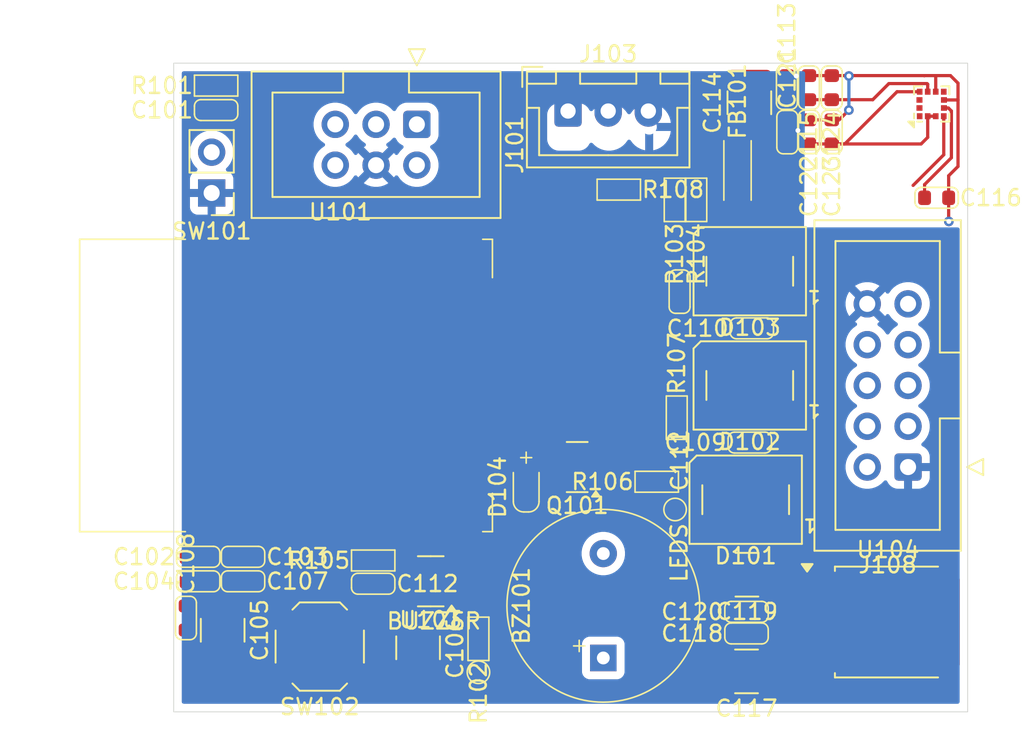
<source format=kicad_pcb>
(kicad_pcb (version 20241229) (generator "pcbnew") (generator_version "9.0")
  (layers (0 "F.Cu" signal) (2 "B.Cu" signal) (13 "F.Paste" user) (15 "B.Paste" user) (5 "F.SilkS" user "F.Silkscreen") (7 "B.SilkS" user "B.Silkscreen") (1 "F.Mask" user) (3 "B.Mask" user) (25 "Edge.Cuts" user))
  (net 0 "")
  (net 1 "Net-(BZ101--)")
  (net 2 "+3.3V")
  (net 3 "GND")
  (net 4 "EN")
  (net 5 "+5V")
  (net 6 "SWITCH")
  (net 7 "Net-(U102-VDD)")
  (net 8 "Net-(U102-C1)")
  (net 9 "LEDS")
  (net 10 "Net-(D101-DOUT)")
  (net 11 "Net-(D102-DOUT)")
  (net 12 "Net-(D103-DOUT)")
  (net 13 "ON")
  (net 14 "RX")
  (net 15 "TX")
  (net 16 "DR0")
  (net 17 "ESC_BB_PWR")
  (net 18 "ESC_SB_PWR")
  (net 19 "VSAMP")
  (net 20 "COMM")
  (net 21 "ESC_SB")
  (net 22 "ESC_BB")
  (net 23 "Net-(Q101-G)")
  (net 24 "BUZZER")
  (net 25 "Net-(U101-SDA{slash}GPIO21)")
  (net 26 "Net-(U101-SCL{slash}GPIO22)")
  (net 48 "Net-(D101-DIN)")
  (net 49 "Net-(J103-Pin_2)")
  (footprint "Capacitor_SMD:C_1210_3225Metric" (layer "F.Cu") (at 71.7314 87.9057 180)
    (property "Reference" "C117" (at 0 -2.3 0) (layer "F.SilkS"))
    (property "Value" "100u/10V")
    (pad "1" smd roundrect (at -1.475 0 180) (size 1.15 2.7) (layers "F.Cu" "F.Mask" "F.Paste") (roundrect_rratio 0.217391) (net 5 "+5V"))
    (pad "2" smd roundrect (at 1.475 0 180) (size 1.15 2.7) (layers "F.Cu" "F.Mask" "F.Paste") (roundrect_rratio 0.217391) (net 3 "GND"))
  )
  (footprint "A_Device:R_0603" (layer "F.Cu") (at 48.4886 81.0006 180)
    (property "Reference" "R105" (at 1.35 0 0) (layer "F.SilkS") (effects (justify right)))
    (property "Value" "10K")
    (pad "1" smd roundrect (at -0.75 0 180) (size 0.8 0.9) (layers "F.Cu" "F.Mask" "F.Paste") (net 2 "+3.3V") (thermal_bridge_width 0.3))
    (pad "2" smd roundrect (at 0.75 0 180) (size 0.8 0.9) (layers "F.Cu" "F.Mask" "F.Paste") (net 6 "SWITCH") (thermal_bridge_width 0.3))
  )
  (footprint "Connector_PinHeader_2.54mm:PinHeader_1x02_P2.54mm_Vertical" (layer "F.Cu") (at 38.4302 58.1202 180)
    (property "Reference" "SW101" (at 0 -2.38 0) (layer "F.SilkS"))
    (property "Value" "~{RESET}")
    (pad "1" thru_hole rect (at 0 0 180) (size 1.7 1.7) (drill 1) (layers "*.Cu" "*.Mask") (net 3 "GND"))
    (pad "2" thru_hole circle (at 0 2.54 180) (size 1.7 1.7) (drill 1) (layers "*.Cu" "*.Mask") (net 4 "EN"))
  )
  (footprint "A_Device:C_0603" (layer "F.Cu") (at 75.6158 54.3172 -90)
    (property "Reference" "C122" (at 1.35 0 90) (layer "F.SilkS") (effects (justify right)))
    (property "Value" "10n")
    (pad "1" smd roundrect (at -0.75 0 270) (size 0.8 0.9) (layers "F.Cu" "F.Mask" "F.Paste") (net 3 "GND") (thermal_bridge_width 0.3))
    (pad "2" smd roundrect (at 0.75 0 270) (size 0.8 0.9) (layers "F.Cu" "F.Mask" "F.Paste") (net 2 "+3.3V") (thermal_bridge_width 0.3))
  )
  (footprint "A_Device:C_0603" (layer "F.Cu") (at 74.2442 51.562 90)
    (property "Reference" "C113" (at 1.35 0 90) (layer "F.SilkS") (effects (justify left)))
    (property "Value" "100n")
    (pad "1" smd roundrect (at -0.75 0 90) (size 0.8 0.9) (layers "F.Cu" "F.Mask" "F.Paste") (net 7 "Net-(U102-VDD)") (thermal_bridge_width 0.3))
    (pad "2" smd roundrect (at 0.75 0 90) (size 0.8 0.9) (layers "F.Cu" "F.Mask" "F.Paste") (net 3 "GND") (thermal_bridge_width 0.3))
  )
  (footprint "LED_SMD:LED_WS2812B_PLCC4_5.0x5.0mm_P3.2mm" (layer "F.Cu") (at 71.9328 62.992 180)
    (property "Reference" "D103" (at 0 -3.5 0) (layer "F.SilkS"))
    (property "Value" "WS2812B")
    (fp_text user "1" (at -4 -1.6 180) (layer "F.SilkS") (effects (font (size 0.8 0.8))))
    (pad "1" smd roundrect (at -2.45 -1.65 180) (size 1.5 0.9) (layers "F.Cu" "F.Mask" "F.Paste") (roundrect_rratio 0.1) (net 5 "+5V"))
    (pad "2" smd roundrect (at -2.45 1.65 180) (size 1.5 0.9) (layers "F.Cu" "F.Mask" "F.Paste") (roundrect_rratio 0.1) (net 12 "Net-(D103-DOUT)"))
    (pad "3" smd roundrect (at 2.45 1.65 180) (size 1.5 0.9) (layers "F.Cu" "F.Mask" "F.Paste") (roundrect_rratio 0.1) (net 3 "GND"))
    (pad "4" smd roundrect (at 2.45 -1.65 180) (size 1.5 0.9) (layers "F.Cu" "F.Mask" "F.Paste") (roundrect_rratio 0.1) (net 11 "Net-(D102-DOUT)"))
  )
  (footprint "Package_LGA:LGA-12_2x2mm_P0.5mm" (layer "F.Cu") (at 83.2612 52.578 90)
    (property "Reference" "U102" (hide yes))
    (property "Value" "LSM303AGRTR")
    (pad "1" smd rect (at -0.7625 -0.75 90) (size 0.375 0.35) (layers "F.Cu" "F.Mask" "F.Paste") (net 26 "Net-(U101-SCL{slash}GPIO22)"))
    (pad "2" smd rect (at -0.7625 -0.25 90) (size 0.375 0.35) (layers "F.Cu" "F.Mask" "F.Paste") (net 2 "+3.3V"))
    (pad "3" smd rect (at -0.7625 0.25 90) (size 0.375 0.35) (layers "F.Cu" "F.Mask" "F.Paste") (net 2 "+3.3V"))
    (pad "4" smd rect (at -0.7625 0.75 90) (size 0.375 0.35) (layers "F.Cu" "F.Mask" "F.Paste") (net 25 "Net-(U101-SDA{slash}GPIO21)"))
    (pad "5" smd rect (at -0.25 0.7625 180) (size 0.375 0.35) (layers "F.Cu" "F.Mask" "F.Paste") (net 8 "Net-(U102-C1)"))
    (pad "6" smd rect (at 0.25 0.7625 180) (size 0.375 0.35) (layers "F.Cu" "F.Mask" "F.Paste") (net 3 "GND"))
    (pad "7" smd rect (at 0.7625 0.75 90) (size 0.375 0.35) (layers "F.Cu" "F.Mask" "F.Paste"))
    (pad "8" smd rect (at 0.7625 0.25 90) (size 0.375 0.35) (layers "F.Cu" "F.Mask" "F.Paste") (net 3 "GND"))
    (pad "9" smd rect (at 0.7625 -0.25 90) (size 0.375 0.35) (layers "F.Cu" "F.Mask" "F.Paste") (net 7 "Net-(U102-VDD)"))
    (pad "10" smd rect (at 0.7625 -0.75 90) (size 0.375 0.35) (layers "F.Cu" "F.Mask" "F.Paste") (net 2 "+3.3V"))
    (pad "11" smd rect (at 0.25 -0.7625 180) (size 0.375 0.35) (layers "F.Cu" "F.Mask" "F.Paste"))
    (pad "12" smd rect (at -0.25 -0.7625 180) (size 0.375 0.35) (layers "F.Cu" "F.Mask" "F.Paste"))
  )
  (footprint "Capacitor_SMD:C_1210_3225Metric" (layer "F.Cu") (at 39.116 85.344 -90)
    (property "Reference" "C105" (at 0 -2.3 90) (layer "F.SilkS"))
    (property "Value" "100u/10V")
    (pad "1" smd roundrect (at -1.475 0 270) (size 1.15 2.7) (layers "F.Cu" "F.Mask" "F.Paste") (roundrect_rratio 0.217391) (net 2 "+3.3V"))
    (pad "2" smd roundrect (at 1.475 0 270) (size 1.15 2.7) (layers "F.Cu" "F.Mask" "F.Paste") (roundrect_rratio 0.217391) (net 3 "GND"))
  )
  (footprint "A_Device:C_0603" (layer "F.Cu") (at 75.6158 51.562 -90)
    (property "Reference" "C115" (at 1.35 0 90) (layer "F.SilkS") (effects (justify right)))
    (property "Value" "10n")
    (pad "1" smd roundrect (at -0.75 0 270) (size 0.8 0.9) (layers "F.Cu" "F.Mask" "F.Paste") (net 3 "GND") (thermal_bridge_width 0.3))
    (pad "2" smd roundrect (at 0.75 0 270) (size 0.8 0.9) (layers "F.Cu" "F.Mask" "F.Paste") (net 7 "Net-(U102-VDD)") (thermal_bridge_width 0.3))
  )
  (footprint "Connector_IDC:IDC-Header_2x05_P2.54mm_Vertical" (layer "F.Cu") (at 81.788 75.184 180)
    (property "Reference" "J108" (at 1.27 -6.1 0) (layer "F.SilkS"))
    (property "Value" "TO PSU")
    (pad "1" thru_hole roundrect (at 0 0 180) (size 1.7 1.7) (drill 1) (layers "*.Cu" "*.Mask") (roundrect_rratio 0.147059) (net 3 "GND"))
    (pad "2" thru_hole circle (at 2.54 0 180) (size 1.7 1.7) (drill 1) (layers "*.Cu" "*.Mask") (net 5 "+5V"))
    (pad "3" thru_hole circle (at 0 2.54 180) (size 1.7 1.7) (drill 1) (layers "*.Cu" "*.Mask") (net 22 "ESC_BB"))
    (pad "4" thru_hole circle (at 2.54 2.54 180) (size 1.7 1.7) (drill 1) (layers "*.Cu" "*.Mask") (net 19 "VSAMP"))
    (pad "5" thru_hole circle (at 0 5.08 180) (size 1.7 1.7) (drill 1) (layers "*.Cu" "*.Mask") (net 17 "ESC_BB_PWR"))
    (pad "6" thru_hole circle (at 2.54 5.08 180) (size 1.7 1.7) (drill 1) (layers "*.Cu" "*.Mask") (net 20 "COMM"))
    (pad "7" thru_hole circle (at 0 7.62 180) (size 1.7 1.7) (drill 1) (layers "*.Cu" "*.Mask") (net 21 "ESC_SB"))
    (pad "8" thru_hole circle (at 2.54 7.62 180) (size 1.7 1.7) (drill 1) (layers "*.Cu" "*.Mask") (net 13 "ON"))
    (pad "9" thru_hole circle (at 0 10.16 180) (size 1.7 1.7) (drill 1) (layers "*.Cu" "*.Mask") (net 18 "ESC_SB_PWR"))
    (pad "10" thru_hole circle (at 2.54 10.16 180) (size 1.7 1.7) (drill 1) (layers "*.Cu" "*.Mask") (net 3 "GND"))
  )
  (footprint "A_Device:C_0603" (layer "F.Cu") (at 38.7096 52.959 180)
    (property "Reference" "C101" (at 1.35 0 0) (layer "F.SilkS") (effects (justify right)))
    (property "Value" "100n")
    (pad "1" smd roundrect (at -0.75 0 180) (size 0.8 0.9) (layers "F.Cu" "F.Mask" "F.Paste") (net 4 "EN") (thermal_bridge_width 0.3))
    (pad "2" smd roundrect (at 0.75 0 180) (size 0.8 0.9) (layers "F.Cu" "F.Mask" "F.Paste") (net 3 "GND") (thermal_bridge_width 0.3))
  )
  (footprint "Button_Switch_SMD:SW_SPST_TL3342" (layer "F.Cu") (at 45.1612 86.36 180)
    (property "Reference" "SW102" (at 0 -3.75 0) (layer "F.SilkS"))
    (property "Value" "MODE")
    (pad "1" smd rect (at -3.15 -1.9 180) (size 1.7 1) (layers "F.Cu" "F.Mask" "F.Paste") (net 3 "GND"))
    (pad "1" smd rect (at 3.15 -1.9 180) (size 1.7 1) (layers "F.Cu" "F.Mask" "F.Paste") (net 3 "GND"))
    (pad "2" smd rect (at -3.15 1.9 180) (size 1.7 1) (layers "F.Cu" "F.Mask" "F.Paste") (net 6 "SWITCH"))
    (pad "2" smd rect (at 3.15 1.9 180) (size 1.7 1) (layers "F.Cu" "F.Mask" "F.Paste") (net 6 "SWITCH"))
  )
  (footprint "A_Device:C_0603" (layer "F.Cu") (at 71.7314 84.1973 180)
    (property "Reference" "C120" (at 1.35 0 0) (layer "F.SilkS") (effects (justify right)))
    (property "Value" "100n")
    (pad "1" smd roundrect (at -0.75 0 180) (size 0.8 0.9) (layers "F.Cu" "F.Mask" "F.Paste") (net 2 "+3.3V") (thermal_bridge_width 0.3))
    (pad "2" smd roundrect (at 0.75 0 180) (size 0.8 0.9) (layers "F.Cu" "F.Mask" "F.Paste") (net 3 "GND") (thermal_bridge_width 0.3))
  )
  (footprint "A_Device:C_0603" (layer "F.Cu") (at 37.592 80.772 180)
    (property "Reference" "C102" (at 1.35 0 0) (layer "F.SilkS") (effects (justify right)))
    (property "Value" "100n")
    (pad "1" smd roundrect (at -0.75 0 180) (size 0.8 0.9) (layers "F.Cu" "F.Mask" "F.Paste") (net 2 "+3.3V") (thermal_bridge_width 0.3))
    (pad "2" smd roundrect (at 0.75 0 180) (size 0.8 0.9) (layers "F.Cu" "F.Mask" "F.Paste") (net 3 "GND") (thermal_bridge_width 0.3))
  )
  (footprint "A_Device:C_0603" (layer "F.Cu") (at 48.4886 82.4484)
    (property "Reference" "C112" (at 1.35 0 0) (layer "F.SilkS") (effects (justify left)))
    (property "Value" "10n")
    (pad "1" smd roundrect (at -0.75 0) (size 0.8 0.9) (layers "F.Cu" "F.Mask" "F.Paste") (net 6 "SWITCH") (thermal_bridge_width 0.3))
    (pad "2" smd roundrect (at 0.75 0) (size 0.8 0.9) (layers "F.Cu" "F.Mask" "F.Paste") (net 2 "+3.3V") (thermal_bridge_width 0.3))
  )
  (footprint "A_Misc:Buzzer-12x6.5x5.2" (layer "F.Cu") (at 62.8142 83.82 90)
    (property "Reference" "BZ101" (at 0 -5.1 90) (layer "F.SilkS"))
    (property "Value" "Buzzer")
    (pad "1" thru_hole rect (at -3.25 0 90) (size 1.65 1.65) (drill 0.8) (layers "*.Cu" "*.Mask") (net 5 "+5V"))
    (pad "2" thru_hole circle (at 3.25 0 90) (size 1.7 1.7) (drill 0.8) (layers "*.Cu" "*.Mask") (net 1 "Net-(BZ101--)"))
  )
  (footprint "A_Device:C_0603" (layer "F.Cu") (at 71.9328 73.66 180)
    (property "Reference" "C109" (at 1.35 0 0) (layer "F.SilkS") (effects (justify right)))
    (property "Value" "100n")
    (pad "1" smd roundrect (at -0.75 0 180) (size 0.8 0.9) (layers "F.Cu" "F.Mask" "F.Paste") (net 5 "+5V") (thermal_bridge_width 0.3))
    (pad "2" smd roundrect (at 0.75 0 180) (size 0.8 0.9) (layers "F.Cu" "F.Mask" "F.Paste") (net 3 "GND") (thermal_bridge_width 0.3))
  )
  (footprint "A_Device:D_SOD-323_1.8x1.4x1.15" (layer "F.Cu") (at 58.0136 76.4286 90)
    (property "Reference" "D104" (at 0 -1.778 90) (layer "F.SilkS"))
    (property "Value" "1N4148WS")
    (fp_text user "+" (at 1.9 0 0) (layer "F.SilkS") (effects (font (size 0.9 0.9) (thickness 0.1))))
    (pad "1" smd roundrect (at -1.05 0 90) (size 0.6 0.45) (layers "F.Cu" "F.Mask" "F.Paste") (net 5 "+5V"))
    (pad "2" smd roundrect (at 1.05 0 90) (size 0.6 0.45) (layers "F.Cu" "F.Mask" "F.Paste") (net 1 "Net-(BZ101--)"))
  )
  (footprint "A_Device:C_0603" (layer "F.Cu") (at 36.83 84.582 90)
    (property "Reference" "C108" (at 1.35 0 90) (layer "F.SilkS") (effects (justify left)))
    (property "Value" "100n")
    (pad "1" smd roundrect (at -0.75 0 90) (size 0.8 0.9) (layers "F.Cu" "F.Mask" "F.Paste") (net 2 "+3.3V") (thermal_bridge_width 0.3))
    (pad "2" smd roundrect (at 0.75 0 90) (size 0.8 0.9) (layers "F.Cu" "F.Mask" "F.Paste") (net 3 "GND") (thermal_bridge_width 0.3))
  )
  (footprint "A_Pads_Pins:Testpad_1" (layer "F.Cu") (at 67.2846 77.8256)
    (property "Reference" "TP101" (hide yes))
    (property "Value" "LEDS" (at 0.254 0.762 90) (layer "F.SilkS") (effects (justify right)))
    (pad "1" smd circle (at 0 0) (size 1 1) (layers "F.Cu" "F.Mask") (net 48 "Net-(D101-DIN)"))
  )
  (footprint "A_Device:R_0603" (layer "F.Cu") (at 66.1416 76.0984 180)
    (property "Reference" "R106" (at 1.35 0 0) (layer "F.SilkS") (effects (justify right)))
    (property "Value" "100")
    (pad "1" smd roundrect (at -0.75 0 180) (size 0.8 0.9) (layers "F.Cu" "F.Mask" "F.Paste") (net 48 "Net-(D101-DIN)") (thermal_bridge_width 0.3))
    (pad "2" smd roundrect (at 0.75 0 180) (size 0.8 0.9) (layers "F.Cu" "F.Mask" "F.Paste") (net 9 "LEDS") (thermal_bridge_width 0.3))
  )
  (footprint "Connector_IDC:IDC-Header_2x03_P2.54mm_Vertical" (layer "F.Cu") (at 51.2064 53.848 -90)
    (property "Reference" "J101" (at 1.27 -6.1 90) (layer "F.SilkS"))
    (property "Value" "Prog")
    (pad "1" thru_hole roundrect (at 0 0 270) (size 1.7 1.7) (drill 1) (layers "*.Cu" "*.Mask") (roundrect_rratio 0.147059) (net 4 "EN"))
    (pad "2" thru_hole circle (at 2.54 0 270) (size 1.7 1.7) (drill 1) (layers "*.Cu" "*.Mask") (net 2 "+3.3V"))
    (pad "3" thru_hole circle (at 0 2.54 270) (size 1.7 1.7) (drill 1) (layers "*.Cu" "*.Mask") (net 15 "TX"))
    (pad "4" thru_hole circle (at 2.54 2.54 270) (size 1.7 1.7) (drill 1) (layers "*.Cu" "*.Mask") (net 3 "GND"))
    (pad "5" thru_hole circle (at 0 5.08 270) (size 1.7 1.7) (drill 1) (layers "*.Cu" "*.Mask") (net 14 "RX"))
    (pad "6" thru_hole circle (at 2.54 5.08 270) (size 1.7 1.7) (drill 1) (layers "*.Cu" "*.Mask") (net 16 "DR0"))
  )
  (footprint "A_Device:R_0603" (layer "F.Cu") (at 38.7096 51.435 180)
    (property "Reference" "R101" (at 1.35 0 0) (layer "F.SilkS") (effects (justify right)))
    (property "Value" "10K")
    (pad "1" smd roundrect (at -0.75 0 180) (size 0.8 0.9) (layers "F.Cu" "F.Mask" "F.Paste") (net 2 "+3.3V") (thermal_bridge_width 0.3))
    (pad "2" smd roundrect (at 0.75 0 180) (size 0.8 0.9) (layers "F.Cu" "F.Mask" "F.Paste") (net 4 "EN") (thermal_bridge_width 0.3))
  )
  (footprint "A_Device:R_0603" (layer "F.Cu") (at 67.3862 72.1106 90)
    (property "Reference" "R107" (at 1.35 0 90) (layer "F.SilkS") (effects (justify left)))
    (property "Value" "10K")
    (pad "1" smd roundrect (at -0.75 0 90) (size 0.8 0.9) (layers "F.Cu" "F.Mask" "F.Paste") (net 2 "+3.3V") (thermal_bridge_width 0.3))
    (pad "2" smd roundrect (at 0.75 0 90) (size 0.8 0.9) (layers "F.Cu" "F.Mask" "F.Paste") (net 20 "COMM") (thermal_bridge_width 0.3))
  )
  (footprint "A_Device:R_0603" (layer "F.Cu") (at 55.0418 85.8774 -90)
    (property "Reference" "R102" (at 1.35 0 90) (layer "F.SilkS") (effects (justify right)))
    (property "Value" "100")
    (pad "1" smd roundrect (at -0.75 0 270) (size 0.8 0.9) (layers "F.Cu" "F.Mask" "F.Paste") (net 23 "Net-(Q101-G)") (thermal_bridge_width 0.3))
    (pad "2" smd roundrect (at 0.75 0 270) (size 0.8 0.9) (layers "F.Cu" "F.Mask" "F.Paste") (net 24 "BUZZER") (thermal_bridge_width 0.3))
  )
  (footprint "A_Device:R_0603" (layer "F.Cu") (at 68.6054 58.547 -90)
    (property "Reference" "R104" (at 1.35 0 90) (layer "F.SilkS") (effects (justify right)))
    (property "Value" "2.2k")
    (pad "1" smd roundrect (at -0.75 0 270) (size 0.8 0.9) (layers "F.Cu" "F.Mask" "F.Paste") (net 2 "+3.3V") (thermal_bridge_width 0.3))
    (pad "2" smd roundrect (at 0.75 0 270) (size 0.8 0.9) (layers "F.Cu" "F.Mask" "F.Paste") (net 26 "Net-(U101-SCL{slash}GPIO22)") (thermal_bridge_width 0.3))
  )
  (footprint "A_Device:R_0603" (layer "F.Cu") (at 67.2592 58.547 -90)
    (property "Reference" "R103" (at 1.35 0 90) (layer "F.SilkS") (effects (justify right)))
    (property "Value" "2.2k")
    (pad "1" smd roundrect (at -0.75 0 270) (size 0.8 0.9) (layers "F.Cu" "F.Mask" "F.Paste") (net 2 "+3.3V") (thermal_bridge_width 0.3))
    (pad "2" smd roundrect (at 0.75 0 270) (size 0.8 0.9) (layers "F.Cu" "F.Mask" "F.Paste") (net 25 "Net-(U101-SDA{slash}GPIO21)") (thermal_bridge_width 0.3))
  )
  (footprint "A_Device:R_0603" (layer "F.Cu") (at 63.7794 57.912)
    (property "Reference" "R108" (at 1.35 0 0) (layer "F.SilkS") (effects (justify left)))
    (property "Value" "100")
    (pad "1" smd roundrect (at -0.75 0) (size 0.8 0.9) (layers "F.Cu" "F.Mask" "F.Paste") (net 49 "Net-(J103-Pin_2)") (thermal_bridge_width 0.3))
    (pad "2" smd roundrect (at 0.75 0) (size 0.8 0.9) (layers "F.Cu" "F.Mask" "F.Paste") (net 12 "Net-(D103-DOUT)") (thermal_bridge_width 0.3))
  )
  (footprint "A_Device:C_0603" (layer "F.Cu") (at 37.592 82.296 180)
    (property "Reference" "C104" (at 1.35 0 0) (layer "F.SilkS") (effects (justify right)))
    (property "Value" "100n")
    (pad "1" smd roundrect (at -0.75 0 180) (size 0.8 0.9) (layers "F.Cu" "F.Mask" "F.Paste") (net 2 "+3.3V") (thermal_bridge_width 0.3))
    (pad "2" smd roundrect (at 0.75 0 180) (size 0.8 0.9) (layers "F.Cu" "F.Mask" "F.Paste") (net 3 "GND") (thermal_bridge_width 0.3))
  )
  (footprint "Package_TO_SOT_SMD:TO-252-3_TabPin2" (layer "F.Cu") (at 80.5452 84.8323)
    (property "Reference" "U104" (at 0 -4.5 0) (layer "F.SilkS"))
    (property "Value" "LM1117DT-3.3")
    (pad "1" smd roundrect (at -5.04 -2.28) (size 2.2 1.2) (layers "F.Cu" "F.Mask" "F.Paste") (roundrect_rratio 0.208333) (net 3 "GND"))
    (pad "2" smd roundrect (at -5.04 0) (size 2.2 1.2) (layers "F.Cu" "F.Mask" "F.Paste") (roundrect_rratio 0.208333) (net 2 "+3.3V"))
    (pad "2" smd roundrect (at 1.26 0) (size 6.4 5.8) (layers "F.Cu" "F.Mask") (roundrect_rratio 0.043103) (net 2 "+3.3V"))
    (pad "3" smd roundrect (at -5.04 2.28) (size 2.2 1.2) (layers "F.Cu" "F.Mask" "F.Paste") (roundrect_rratio 0.208333) (net 5 "+5V"))
  )
  (footprint "A_Device:C_0603" (layer "F.Cu") (at 83.566 58.42)
    (property "Reference" "C116" (at 1.35 0 0) (layer "F.SilkS") (effects (justify left)))
    (property "Value" "100n")
    (pad "1" smd roundrect (at -0.75 0) (size 0.8 0.9) (layers "F.Cu" "F.Mask" "F.Paste") (net 8 "Net-(U102-C1)") (thermal_bridge_width 0.3))
    (pad "2" smd roundrect (at 0.75 0) (size 0.8 0.9) (layers "F.Cu" "F.Mask" "F.Paste") (net 3 "GND") (thermal_bridge_width 0.3))
  )
  (footprint "A_Device:C_0603" (layer "F.Cu") (at 40.386 80.772)
    (property "Reference" "C103" (at 1.35 0 0) (layer "F.SilkS") (effects (justify left)))
    (property "Value" "100n")
    (pad "1" smd roundrect (at -0.75 0) (size 0.8 0.9) (layers "F.Cu" "F.Mask" "F.Paste") (net 2 "+3.3V") (thermal_bridge_width 0.3))
    (pad "2" smd roundrect (at 0.75 0) (size 0.8 0.9) (layers "F.Cu" "F.Mask" "F.Paste") (net 3 "GND") (thermal_bridge_width 0.3))
  )
  (footprint "Package_TO_SOT_SMD:SOT-23-6" (layer "F.Cu") (at 52.07 82.296 180)
    (property "Reference" "U103" (at 0 -2.4 0) (layer "F.SilkS"))
    (property "Value" "USBLC6-4SC6")
    (pad "1" smd roundrect (at -1.1375 -0.95 180) (size 1.325 0.6) (layers "F.Cu" "F.Mask" "F.Paste") (net 13 "ON"))
    (pad "2" smd roundrect (at -1.1375 0 180) (size 1.325 0.6) (layers "F.Cu" "F.Mask" "F.Paste") (net 3 "GND"))
    (pad "3" smd roundrect (at -1.1375 0.95 180) (size 1.325 0.6) (layers "F.Cu" "F.Mask" "F.Paste") (net 21 "ESC_SB"))
    (pad "4" smd roundrect (at 1.1375 0.95 180) (size 1.325 0.6) (layers "F.Cu" "F.Mask" "F.Paste") (net 22 "ESC_BB"))
    (pad "5" smd roundrect (at 1.1375 0 180) (size 1.325 0.6) (layers "F.Cu" "F.Mask" "F.Paste") (net 2 "+3.3V"))
    (pad "6" smd roundrect (at 1.1375 -0.95 180) (size 1.325 0.6) (layers "F.Cu" "F.Mask" "F.Paste") (net 20 "COMM"))
  )
  (footprint "A_Device:C_0603" (layer "F.Cu") (at 77.0382 54.3186 -90)
    (property "Reference" "C123" (at 1.35 0 90) (layer "F.SilkS") (effects (justify right)))
    (property "Value" "1n")
    (pad "1" smd roundrect (at -0.75 0 270) (size 0.8 0.9) (layers "F.Cu" "F.Mask" "F.Paste") (net 3 "GND") (thermal_bridge_width 0.3))
    (pad "2" smd roundrect (at 0.75 0 270) (size 0.8 0.9) (layers "F.Cu" "F.Mask" "F.Paste") (net 2 "+3.3V") (thermal_bridge_width 0.3))
  )
  (footprint "Capacitor_SMD:C_1210_3225Metric" (layer "F.Cu") (at 71.7568 81.8859 180)
    (property "Reference" "C119" (at 0 -2.3 0) (layer "F.SilkS"))
    (property "Value" "100u/10V")
    (pad "1" smd roundrect (at -1.475 0 180) (size 1.15 2.7) (layers "F.Cu" "F.Mask" "F.Paste") (roundrect_rratio 0.217391) (net 2 "+3.3V"))
    (pad "2" smd roundrect (at 1.475 0 180) (size 1.15 2.7) (layers "F.Cu" "F.Mask" "F.Paste") (roundrect_rratio 0.217391) (net 3 "GND"))
  )
  (footprint "LED_SMD:LED_WS2812B_PLCC4_5.0x5.0mm_P3.2mm" (layer "F.Cu") (at 71.6788 77.216 180)
    (property "Reference" "D101" (at 0 -3.5 0) (layer "F.SilkS"))
    (property "Value" "WS2812B")
    (fp_text user "1" (at -4 -1.6 180) (layer "F.SilkS") (effects (font (size 0.8 0.8))))
    (pad "1" smd roundrect (at -2.45 -1.65 180) (size 1.5 0.9) (layers "F.Cu" "F.Mask" "F.Paste") (roundrect_rratio 0.1) (net 5 "+5V"))
    (pad "2" smd roundrect (at -2.45 1.65 180) (size 1.5 0.9) (layers "F.Cu" "F.Mask" "F.Paste") (roundrect_rratio 0.1) (net 10 "Net-(D101-DOUT)"))
    (pad "3" smd roundrect (at 2.45 1.65 180) (size 1.5 0.9) (layers "F.Cu" "F.Mask" "F.Paste") (roundrect_rratio 0.1) (net 3 "GND"))
    (pad "4" smd roundrect (at 2.45 -1.65 180) (size 1.5 0.9) (layers "F.Cu" "F.Mask" "F.Paste") (roundrect_rratio 0.1) (net 48 "Net-(D101-DIN)"))
  )
  (footprint "A_Device:C_0603" (layer "F.Cu") (at 71.7314 85.5435 180)
    (property "Reference" "C118" (at 1.35 0 0) (layer "F.SilkS") (effects (justify right)))
    (property "Value" "100n")
    (pad "1" smd roundrect (at -0.75 0 180) (size 0.8 0.9) (layers "F.Cu" "F.Mask" "F.Paste") (net 5 "+5V") (thermal_bridge_width 0.3))
    (pad "2" smd roundrect (at 0.75 0 180) (size 0.8 0.9) (layers "F.Cu" "F.Mask" "F.Paste") (net 3 "GND") (thermal_bridge_width 0.3))
  )
  (footprint "A_Device:C_0603" (layer "F.Cu") (at 72.0598 66.548 180)
    (property "Reference" "C110" (at 1.35 0 0) (layer "F.SilkS") (effects (justify right)))
    (property "Value" "100n")
    (pad "1" smd roundrect (at -0.75 0 180) (size 0.8 0.9) (layers "F.Cu" "F.Mask" "F.Paste") (net 5 "+5V") (thermal_bridge_width 0.3))
    (pad "2" smd roundrect (at 0.75 0 180) (size 0.8 0.9) (layers "F.Cu" "F.Mask" "F.Paste") (net 3 "GND") (thermal_bridge_width 0.3))
  )
  (footprint "A_Device:L_0805_(1.2)" (layer "F.Cu") (at 71.1708 56.7182 90)
    (property "Reference" "FB101" (at 1.85 0 90) (layer "F.SilkS") (effects (justify left)))
    (property "Value" "0.3E 240E@100MHz")
    (pad "1" smd roundrect (at -1.1 0 90) (size 1.1 1.3) (layers "F.Cu" "F.Mask" "F.Paste") (net 2 "+3.3V") (thermal_bridge_width 0.4))
    (pad "2" smd roundrect (at 1.1 0 90) (size 1.1 1.3) (layers "F.Cu" "F.Mask" "F.Paste") (net 7 "Net-(U102-VDD)") (thermal_bridge_width 0.4))
  )
  (footprint "Package_TO_SOT_SMD:SOT-23" (layer "F.Cu") (at 61.1886 75.184 180)
    (property "Reference" "Q101" (at 0 -2.4 0) (layer "F.SilkS"))
    (property "Value" "AO3400A")
    (pad "1" smd roundrect (at -0.9375 -0.95 180) (size 1.475 0.6) (layers "F.Cu" "F.Mask" "F.Paste") (net 23 "Net-(Q101-G)"))
    (pad "2" smd roundrect (at -0.9375 0.95 180) (size 1.475 0.6) (layers "F.Cu" "F.Mask" "F.Paste") (net 3 "GND"))
    (pad "3" smd roundrect (at 0.9375 0 180) (size 1.475 0.6) (layers "F.Cu" "F.Mask" "F.Paste") (net 1 "Net-(BZ101--)"))
  )
  (footprint "LED_SMD:LED_WS2812B_PLCC4_5.0x5.0mm_P3.2mm" (layer "F.Cu") (at 71.9328 70.104 180)
    (property "Reference" "D102" (at 0 -3.5 0) (layer "F.SilkS"))
    (property "Value" "WS2812B")
    (fp_text user "1" (at -4 -1.6 180) (layer "F.SilkS") (effects (font (size 0.8 0.8))))
    (pad "1" smd roundrect (at -2.45 -1.65 180) (size 1.5 0.9) (layers "F.Cu" "F.Mask" "F.Paste") (roundrect_rratio 0.1) (net 5 "+5V"))
    (pad "2" smd roundrect (at -2.45 1.65 180) (size 1.5 0.9) (layers "F.Cu" "F.Mask" "F.Paste") (roundrect_rratio 0.1) (net 11 "Net-(D102-DOUT)"))
    (pad "3" smd roundrect (at 2.45 1.65 180) (size 1.5 0.9) (layers "F.Cu" "F.Mask" "F.Paste") (roundrect_rratio 0.1) (net 3 "GND"))
    (pad "4" smd roundrect (at 2.45 -1.65 180) (size 1.5 0.9) (layers "F.Cu" "F.Mask" "F.Paste") (roundrect_rratio 0.1) (net 10 "Net-(D101-DOUT)"))
  )
  (footprint "A_Device:C_0603" (layer "F.Cu") (at 40.386 82.296)
    (property "Reference" "C107" (at 1.35 0 0) (layer "F.SilkS") (effects (justify left)))
    (property "Value" "100n")
    (pad "1" smd roundrect (at -0.75 0) (size 0.8 0.9) (layers "F.Cu" "F.Mask" "F.Paste") (net 2 "+3.3V") (thermal_bridge_width 0.3))
    (pad "2" smd roundrect (at 0.75 0) (size 0.8 0.9) (layers "F.Cu" "F.Mask" "F.Paste") (net 3 "GND") (thermal_bridge_width 0.3))
  )
  (footprint "A_Pads_Pins:Testpad_1" (layer "F.Cu") (at 55.0418 87.9602 180)
    (property "Reference" "TP102" (hide yes))
    (property "Value" "BUZZER" (at 5.802 3.184 0) (layer "F.SilkS") (effects (justify left)))
    (pad "1" smd circle (at 0 0 180) (size 1 1) (layers "F.Cu" "F.Mask") (net 24 "BUZZER"))
  )
  (footprint "A_Device:C_0603" (layer "F.Cu") (at 77.0382 51.562 -90)
    (property "Reference" "C124" (at 1.35 0 90) (layer "F.SilkS") (effects (justify right)))
    (property "Value" "1n")
    (pad "1" smd roundrect (at -0.75 0 270) (size 0.8 0.9) (layers "F.Cu" "F.Mask" "F.Paste") (net 3 "GND") (thermal_bridge_width 0.3))
    (pad "2" smd roundrect (at 0.75 0 270) (size 0.8 0.9) (layers "F.Cu" "F.Mask" "F.Paste") (net 7 "Net-(U102-VDD)") (thermal_bridge_width 0.3))
  )
  (footprint "A_Device:C_0603" (layer "F.Cu") (at 74.2696 54.3306 90)
    (property "Reference" "C121" (at 1.35 0 90) (layer "F.SilkS") (effects (justify left)))
    (property "Value" "100n")
    (pad "1" smd roundrect (at -0.75 0 90) (size 0.8 0.9) (layers "F.Cu" "F.Mask" "F.Paste") (net 2 "+3.3V") (thermal_bridge_width 0.3))
    (pad "2" smd roundrect (at 0.75 0 90) (size 0.8 0.9) (layers "F.Cu" "F.Mask" "F.Paste") (net 3 "GND") (thermal_bridge_width 0.3))
  )
  (footprint "Capacitor_SMD:C_1210_3225Metric" (layer "F.Cu") (at 71.9074 52.5018 90)
    (property "Reference" "C114" (at 0 -2.3 90) (layer "F.SilkS"))
    (property "Value" "100u/10V")
    (pad "1" smd roundrect (at -1.475 0 90) (size 1.15 2.7) (layers "F.Cu" "F.Mask" "F.Paste") (roundrect_rratio 0.217391) (net 7 "Net-(U102-VDD)"))
    (pad "2" smd roundrect (at 1.475 0 90) (size 1.15 2.7) (layers "F.Cu" "F.Mask" "F.Paste") (roundrect_rratio 0.217391) (net 3 "GND"))
  )
  (footprint "Capacitor_SMD:C_1210_3225Metric" (layer "F.Cu") (at 51.2826 86.4362 -90)
    (property "Reference" "C106" (at 0 -2.3 90) (layer "F.SilkS"))
    (property "Value" "100u/10V")
    (pad "1" smd roundrect (at -1.475 0 270) (size 1.15 2.7) (layers "F.Cu" "F.Mask" "F.Paste") (roundrect_rratio 0.217391) (net 2 "+3.3V"))
    (pad "2" smd roundrect (at 1.475 0 270) (size 1.15 2.7) (layers "F.Cu" "F.Mask" "F.Paste") (roundrect_rratio 0.217391) (net 3 "GND"))
  )
  (footprint "A_Device:C_0603" (layer "F.Cu") (at 67.564 64.262 -90)
    (property "Reference" "C111" (at 8.462 0 90) (layer "F.SilkS") (effects (justify right)))
    (property "Value" "100n")
    (pad "1" smd roundrect (at -0.75 0 270) (size 0.8 0.9) (layers "F.Cu" "F.Mask" "F.Paste") (net 5 "+5V") (thermal_bridge_width 0.3))
    (pad "2" smd roundrect (at 0.75 0 270) (size 0.8 0.9) (layers "F.Cu" "F.Mask" "F.Paste") (net 3 "GND") (thermal_bridge_width 0.3))
  )
  (footprint "A_Module:ESP32-WROOM-32" (layer "F.Cu") (at 43.053 70.104)
    (property "Reference" "U101" (at 3.39 -10.8 0) (layer "F.SilkS"))
    (property "Value" "ESP32-WROOM-32E_(visible_peripherals)")
    (pad "1" smd roundrect (at -5.257 8.75 90) (size 1.5 0.9) (layers "F.Cu" "F.Mask" "F.Paste") (net 3 "GND"))
    (pad "2" smd roundrect (at -3.987 8.75 90) (size 1.5 0.9) (layers "F.Cu" "F.Mask" "F.Paste") (net 2 "+3.3V"))
    (pad "3" smd roundrect (at -2.717 8.75 90) (size 1.5 0.9) (layers "F.Cu" "F.Mask" "F.Paste") (net 4 "EN"))
    (pad "4" smd roundrect (at -1.447 8.75 90) (size 1.5 0.9) (layers "F.Cu" "F.Mask" "F.Paste"))
    (pad "5" smd roundrect (at -0.177 8.75 90) (size 1.5 0.9) (layers "F.Cu" "F.Mask" "F.Paste"))
    (pad "6" smd roundrect (at 1.093 8.75 90) (size 1.5 0.9) (layers "F.Cu" "F.Mask" "F.Paste"))
    (pad "7" smd roundrect (at 2.363 8.75 90) (size 1.5 0.9) (layers "F.Cu" "F.Mask" "F.Paste") (net 19 "VSAMP"))
    (pad "8" smd roundrect (at 3.633 8.75 90) (size 1.5 0.9) (layers "F.Cu" "F.Mask" "F.Paste") (net 24 "BUZZER"))
    (pad "9" smd roundrect (at 4.903 8.75 90) (size 1.5 0.9) (layers "F.Cu" "F.Mask" "F.Paste") (net 6 "SWITCH"))
    (pad "10" smd roundrect (at 6.173 8.75 90) (size 1.5 0.9) (layers "F.Cu" "F.Mask" "F.Paste") (net 18 "ESC_SB_PWR"))
    (pad "11" smd roundrect (at 7.443 8.75 90) (size 1.5 0.9) (layers "F.Cu" "F.Mask" "F.Paste") (net 22 "ESC_BB"))
    (pad "12" smd roundrect (at 8.713 8.75 90) (size 1.5 0.9) (layers "F.Cu" "F.Mask" "F.Paste") (net 20 "COMM"))
    (pad "13" smd roundrect (at 9.983 8.75 90) (size 1.5 0.9) (layers "F.Cu" "F.Mask" "F.Paste") (net 21 "ESC_SB"))
    (pad "14" smd roundrect (at 11.253 8.75 90) (size 1.5 0.9) (layers "F.Cu" "F.Mask" "F.Paste") (net 13 "ON"))
    (pad "15" smd roundrect (at 12.503 5.715 180) (size 1.5 0.9) (layers "F.Cu" "F.Mask" "F.Paste") (net 3 "GND"))
    (pad "16" smd roundrect (at 12.503 4.445 180) (size 1.5 0.9) (layers "F.Cu" "F.Mask" "F.Paste") (net 17 "ESC_BB_PWR"))
    (pad "17" smd roundrect (at 12.503 3.175 180) (size 1.5 0.9) (layers "F.Cu" "F.Mask" "F.Paste"))
    (pad "18" smd roundrect (at 12.503 1.905 180) (size 1.5 0.9) (layers "F.Cu" "F.Mask" "F.Paste"))
    (pad "19" smd roundrect (at 12.503 0.635 180) (size 1.5 0.9) (layers "F.Cu" "F.Mask" "F.Paste"))
    (pad "20" smd roundrect (at 12.503 -0.635 180) (size 1.5 0.9) (layers "F.Cu" "F.Mask" "F.Paste"))
    (pad "21" smd roundrect (at 12.503 -1.905 180) (size 1.5 0.9) (layers "F.Cu" "F.Mask" "F.Paste"))
    (pad "22" smd roundrect (at 12.503 -3.175 180) (size 1.5 0.9) (layers "F.Cu" "F.Mask" "F.Paste"))
    (pad "23" smd roundrect (at 12.503 -4.445 180) (size 1.5 0.9) (layers "F.Cu" "F.Mask" "F.Paste"))
    (pad "24" smd roundrect (at 12.503 -5.715 180) (size 1.5 0.9) (layers "F.Cu" "F.Mask" "F.Paste"))
    (pad "25" smd roundrect (at 11.253 -8.75 90) (size 1.5 0.9) (layers "F.Cu" "F.Mask" "F.Paste") (net 16 "DR0"))
    (pad "26" smd roundrect (at 9.983 -8.75 90) (size 1.5 0.9) (layers "F.Cu" "F.Mask" "F.Paste") (net 9 "LEDS"))
    (pad "27" smd roundrect (at 8.713 -8.75 90) (size 1.5 0.9) (layers "F.Cu" "F.Mask" "F.Paste"))
    (pad "28" smd roundrect (at 7.443 -8.75 90) (size 1.5 0.9) (layers "F.Cu" "F.Mask" "F.Paste"))
    (pad "29" smd roundrect (at 6.173 -8.75 90) (size 1.5 0.9) (layers "F.Cu" "F.Mask" "F.Paste"))
    (pad "30" smd roundrect (at 4.903 -8.75 90) (size 1.5 0.9) (layers "F.Cu" "F.Mask" "F.Paste"))
    (pad "31" smd roundrect (at 3.633 -8.75 90) (size 1.5 0.9) (layers "F.Cu" "F.Mask" "F.Paste"))
    (pad "32" smd roundrect (at 2.363 -8.75 90) (size 1.5 0.9) (layers "F.Cu" "F.Mask" "F.Paste"))
    (pad "33" smd roundrect (at 1.093 -8.75 90) (size 1.5 0.9) (layers "F.Cu" "F.Mask" "F.Paste") (net 25 "Net-(U101-SDA{slash}GPIO21)"))
    (pad "34" smd roundrect (at -0.177 -8.75 90) (size 1.5 0.9) (layers "F.Cu" "F.Mask" "F.Paste") (net 14 "RX"))
    (pad "35" smd roundrect (at -1.447 -8.75 90) (size 1.5 0.9) (layers "F.Cu" "F.Mask" "F.Paste") (net 15 "TX"))
    (pad "36" smd roundrect (at -2.717 -8.75 90) (size 1.5 0.9) (layers "F.Cu" "F.Mask" "F.Paste") (net 26 "Net-(U101-SCL{slash}GPIO22)"))
    (pad "37" smd roundrect (at -3.987 -8.75 90) (size 1.5 0.9) (layers "F.Cu" "F.Mask" "F.Paste"))
    (pad "38" smd roundrect (at -5.257 -8.75 90) (size 1.5 0.9) (layers "F.Cu" "F.Mask" "F.Paste") (net 3 "GND"))
    (pad "39" smd roundrect (at 2.088 0.86 90) (size 5 5) (layers "F.Cu" "F.Mask") (roundrect_rratio 0.05) (net 3 "GND"))
  )
  (footprint "Connector_JST:JST_XH_B3B-XH-A_1x03_P2.50mm_Vertical" (layer "F.Cu") (at 60.619 53.0182)
    (property "Reference" "J103" (at 2.5 -3.55 0) (layer "F.SilkS"))
    (property "Value" "ESC_BB")
    (pad "1" thru_hole roundrect (at 0 0) (size 1.7 1.95) (drill 0.95) (layers "*.Cu" "*.Mask") (roundrect_rratio 0.147059) (net 5 "+5V"))
    (pad "2" thru_hole oval (at 2.5 0) (size 1.7 1.95) (drill 0.95) (layers "*.Cu" "*.Mask") (net 49 "Net-(J103-Pin_2)"))
    (pad "3" thru_hole oval (at 5 0) (size 1.7 1.95) (drill 0.95) (layers "*.Cu" "*.Mask") (net 3 "GND"))
  )
  (gr_rect (start 36.068 50.038) (end 85.5 90.424) (stroke (width 0.05)) (fill no) (layer "Edge.Cuts"))
  (segment (start 82.5112 51.8155) (end 81.1027 51.8155) (width 0.2) (layer "F.Cu") (net 2))
  (segment (start 77.8496 55.0686) (end 77.0382 55.0686) (width 0.2) (layer "F.Cu") (net 2))
  (segment (start 83.0112 53.3405) (end 83.0112 54.6568) (width 0.2) (layer "F.Cu") (net 2))
  (segment (start 75.6158 55.0672) (end 77.0368 55.0672) (width 0.2) (layer "F.Cu") (net 2))
  (segment (start 82.5994 55.0686) (end 83.0112 54.6568) (width 0.2) (layer "F.Cu") (net 2))
  (segment (start 83.0112 53.3405) (end 83.5112 53.3405) (width 0.2) (layer "F.Cu") (net 2))
  (segment (start 81.1027 51.8155) (end 77.8496 55.0686) (width 0.2) (layer "F.Cu") (net 2))
  (segment (start 77.0382 55.0686) (end 82.5994 55.0686) (width 0.2) (layer "F.Cu") (net 2))
  (segment (start 73.9084 55.0806) (end 74.2696 55.0806) (width 0.2) (layer "F.Cu") (net 2))
  (segment (start 71.1708 57.8182) (end 73.9084 55.0806) (width 0.2) (layer "F.Cu") (net 2))
  (segment (start 74.283 55.0672) (end 74.2696 55.0806) (width 0.2) (layer "F.Cu") (net 2))
  (segment (start 77.0368 55.0672) (end 77.0382 55.0686) (width 0.2) (layer "F.Cu") (net 2))
  (segment (start 75.6158 55.0672) (end 74.283 55.0672) (width 0.2) (layer "F.Cu") (net 2))
  (segment (start 83.5152 50.812) (end 82.804 50.812) (width 0.2) (layer "F.Cu") (net 3))
  (segment (start 83.5112 50.816) (end 83.5152 50.812) (width 0.2) (layer "F.Cu") (net 3))
  (segment (start 72.1222 50.812) (end 71.9074 51.0268) (width 0.2) (layer "F.Cu") (net 3))
  (segment (start 76.962 50.812) (end 82.804 50.812) (width 0.2) (layer "F.Cu") (net 3))
  (segment (start 84.0237 52.328) (end 84.895 52.328) (width 0.2) (layer "F.Cu") (net 3))
  (segment (start 84.899 51.2826) (end 84.4284 50.812) (width 0.2) (layer "F.Cu") (net 3))
  (segment (start 76.993 50.781) (end 76.962 50.812) (width 0.2) (layer "F.Cu") (net 3))
  (segment (start 84.316 57.0484) (end 84.899 56.4654) (width 0.2) (layer "F.Cu") (net 3))
  (segment (start 75.5918 50.8) (end 74.8664 50.8) (width 0.2) (layer "F.Cu") (net 3))
  (segment (start 83.5112 51.8155) (end 83.5112 50.816) (width 0.2) (layer "F.Cu") (net 3))
  (segment (start 74.65 50.838) (end 74.8284 50.838) (width 0.2) (layer "F.Cu") (net 3))
  (segment (start 76.962 50.812) (end 75.6038 50.812) (width 0.2) (layer "F.Cu") (net 3))
  (segment (start 77.0382 53.5686) (end 77.4954 53.5686) (width 0.2) (layer "F.Cu") (net 3))
  (segment (start 84.316 58.42) (end 84.316 59.8812) (width 0.2) (layer "F.Cu") (net 3))
  (segment (start 77.4954 53.5686) (end 78.105 52.959) (width 0.2) (layer "F.Cu") (net 3))
  (segment (start 82.8 50.816) (end 82.804 50.812) (width 0.2) (layer "F.Cu") (net 3))
  (segment (start 84.899 56.4654) (end 84.899 52.324) (width 0.2) (layer "F.Cu") (net 3))
  (segment (start 74.8664 50.8) (end 74.8284 50.838) (width 0.2) (layer "F.Cu") (net 3))
  (segment (start 84.899 52.324) (end 84.899 51.2826) (width 0.2) (layer "F.Cu") (net 3))
  (segment (start 75.5918 53.5672) (end 74.93 54.229) (width 0.2) (layer "F.Cu") (net 3))
  (segment (start 84.4284 50.812) (end 83.5152 50.812) (width 0.2) (layer "F.Cu") (net 3))
  (segment (start 84.895 52.328) (end 84.899 52.324) (width 0.2) (layer "F.Cu") (net 3))
  (segment (start 75.6158 53.5672) (end 75.5918 53.5672) (width 0.2) (layer "F.Cu") (net 3))
  (segment (start 74.2442 50.812) (end 72.1222 50.812) (width 0.2) (layer "F.Cu") (net 3))
  (segment (start 75.6158 53.5672) (end 77.0368 53.5672) (width 0.2) (layer "F.Cu") (net 3))
  (segment (start 75.6038 50.812) (end 75.5918 50.8) (width 0.2) (layer "F.Cu") (net 3))
  (segment (start 84.316 58.42) (end 84.316 57.0484) (width 0.2) (layer "F.Cu") (net 3))
  (segment (start 74.2696 53.5552) (end 74.2696 53.5686) (width 0.2) (layer "F.Cu") (net 3))
  (segment (start 77.0368 53.5672) (end 77.0382 53.5686) (width 0.2) (layer "F.Cu") (net 3))
  (segment (start 84.316 59.8812) (end 84.328 59.8932) (width 0.2) (layer "F.Cu") (net 3))
  (segment (start 74.2696 53.5686) (end 74.93 54.229) (width 0.2) (layer "F.Cu") (net 3))
  (via (at 78.105 52.959) (size 0.6) (drill 0.3) (layers "F.Cu" "B.Cu") (net 3))
  (via (at 78.105 50.838) (size 0.6) (drill 0.3) (layers "F.Cu" "B.Cu") (net 3))
  (via (at 74.8284 50.838) (size 0.6) (drill 0.3) (layers "F.Cu" "B.Cu") (net 3))
  (via (at 84.328 59.8932) (size 0.6) (drill 0.3) (layers "F.Cu" "B.Cu") (net 3))
  (via (at 74.93 54.229) (size 0.6) (drill 0.3) (layers "F.Cu" "B.Cu") (net 3))
  (segment (start 78.105 50.838) (end 78.105 52.959) (width 0.2) (layer "B.Cu") (net 3))
  (segment (start 82.9682 51.308) (end 83.0112 51.351) (width 0.2) (layer "F.Cu") (net 7))
  (segment (start 80.5942 51.308) (end 82.9682 51.308) (width 0.2) (layer "F.Cu") (net 7))
  (segment (start 77.0382 52.312) (end 79.5902 52.312) (width 0.2) (layer "F.Cu") (net 7))
  (segment (start 72.8084 52.312) (end 71.9074 53.213) (width 0.2) (layer "F.Cu") (net 7))
  (segment (start 77.0382 52.312) (end 74.2442 52.312) (width 0.2) (layer "F.Cu") (net 7))
  (segment (start 74.2442 52.312) (end 72.8084 52.312) (width 0.2) (layer "F.Cu") (net 7))
  (segment (start 71.1708 54.7134) (end 71.9074 53.9768) (width 0.2) (layer "F.Cu") (net 7))
  (segment (start 83.0112 51.351) (end 83.0112 51.8155) (width 0.2) (layer "F.Cu") (net 7))
  (segment (start 71.1708 55.6182) (end 71.1708 54.7134) (width 0.2) (layer "F.Cu") (net 7))
  (segment (start 71.9074 53.213) (end 71.9074 53.9768) (width 0.2) (layer "F.Cu") (net 7))
  (segment (start 79.5902 52.312) (end 80.5942 51.308) (width 0.2) (layer "F.Cu") (net 7))
  (segment (start 84.4872 53.0166) (end 84.4872 55.924) (width 0.2) (layer "F.Cu") (net 8))
  (segment (start 84.2986 52.828) (end 84.4872 53.0166) (width 0.2) (layer "F.Cu") (net 8))
  (segment (start 84.0237 52.828) (end 84.2986 52.828) (width 0.2) (layer "F.Cu") (net 8))
  (segment (start 84.4872 55.924) (end 82.816 57.5952) (width 0.2) (layer "F.Cu") (net 8))
  (segment (start 82.816 57.5952) (end 82.816 58.42) (width 0.2) (layer "F.Cu") (net 8))
  (segment (start 84.0112 53.3405) (end 84.0112 55.7396) (width 0.2) (layer "F.Cu") (net 25))
  (segment (start 84.0112 55.7396) (end 82.103 57.6478) (width 0.2) (layer "F.Cu") (net 25))
  (zone (net 0) (net_name "") (layers "F.Cu" "B.Cu") (connect_pads (clearance 0)) (min_thickness 0.25)
    (keepout (tracks allowed) (vias allowed) (pads allowed) (copperpour not_allowed) (footprints allowed))
    (fill (thermal_gap 0.5) (thermal_bridge_width 0.5))
    (polygon (pts (xy 75.3872 49.8348) (xy 75.314 60.2622) (xy 85.214 60.2622) (xy 85.2678 49.8382)))
  )
  (zone (net 3) (net_name "GND") (layer "B.Cu") (connect_pads (clearance 0.5)) (min_thickness 0.25) (fill yes (thermal_gap 0.5) (thermal_bridge_width 0.5))
    (polygon (pts (xy 35 49) (xy 87 49) (xy 87 92) (xy 35 92)))
  )
)
</source>
